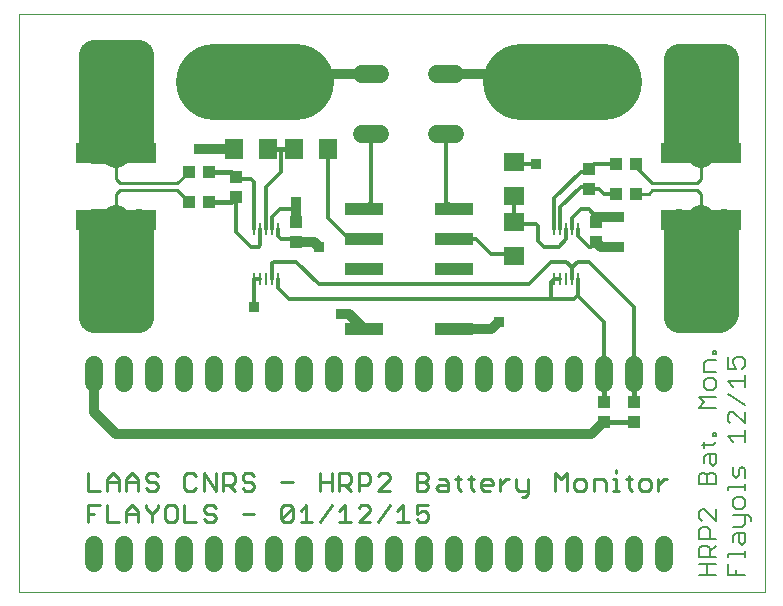
<source format=gtl>
G75*
%MOIN*%
%OFA0B0*%
%FSLAX25Y25*%
%IPPOS*%
%LPD*%
%AMOC8*
5,1,8,0,0,1.08239X$1,22.5*
%
%ADD10C,0.00000*%
%ADD11C,0.01100*%
%ADD12C,0.00800*%
%ADD13R,0.03937X0.04331*%
%ADD14R,0.04331X0.03937*%
%ADD15R,0.00984X0.03937*%
%ADD16R,0.26500X0.07087*%
%ADD17OC8,0.16400*%
%ADD18C,0.05937*%
%ADD19R,0.12598X0.03937*%
%ADD20R,0.06299X0.07098*%
%ADD21R,0.07098X0.06299*%
%ADD22C,0.06000*%
%ADD23C,0.01600*%
%ADD24C,0.01200*%
%ADD25R,0.03562X0.03562*%
%ADD26C,0.03200*%
%ADD27C,0.10000*%
%ADD28C,0.07000*%
%ADD29C,0.01000*%
%ADD30C,0.25400*%
D10*
X0001000Y0001000D02*
X0001000Y0193461D01*
X0249701Y0193461D01*
X0249701Y0001000D01*
X0001000Y0001000D01*
D11*
X0024050Y0024050D02*
X0024050Y0029955D01*
X0027987Y0029955D01*
X0030495Y0029955D02*
X0030495Y0024050D01*
X0034432Y0024050D01*
X0036941Y0024050D02*
X0036941Y0027987D01*
X0038909Y0029955D01*
X0040878Y0027987D01*
X0040878Y0024050D01*
X0040878Y0027003D02*
X0036941Y0027003D01*
X0043386Y0028971D02*
X0045355Y0027003D01*
X0045355Y0024050D01*
X0045355Y0027003D02*
X0047323Y0028971D01*
X0047323Y0029955D01*
X0049832Y0028971D02*
X0049832Y0025034D01*
X0050816Y0024050D01*
X0052785Y0024050D01*
X0053769Y0025034D01*
X0053769Y0028971D01*
X0052785Y0029955D01*
X0050816Y0029955D01*
X0049832Y0028971D01*
X0043386Y0028971D02*
X0043386Y0029955D01*
X0044371Y0034550D02*
X0043386Y0035534D01*
X0044371Y0034550D02*
X0046339Y0034550D01*
X0047323Y0035534D01*
X0047323Y0036518D01*
X0046339Y0037503D01*
X0044371Y0037503D01*
X0043386Y0038487D01*
X0043386Y0039471D01*
X0044371Y0040455D01*
X0046339Y0040455D01*
X0047323Y0039471D01*
X0040878Y0038487D02*
X0040878Y0034550D01*
X0040878Y0037503D02*
X0036941Y0037503D01*
X0036941Y0038487D02*
X0038909Y0040455D01*
X0040878Y0038487D01*
X0036941Y0038487D02*
X0036941Y0034550D01*
X0034432Y0034550D02*
X0034432Y0038487D01*
X0032464Y0040455D01*
X0030495Y0038487D01*
X0030495Y0034550D01*
X0027987Y0034550D02*
X0024050Y0034550D01*
X0024050Y0040455D01*
X0030495Y0037503D02*
X0034432Y0037503D01*
X0026018Y0027003D02*
X0024050Y0027003D01*
X0056277Y0029955D02*
X0056277Y0024050D01*
X0060214Y0024050D01*
X0062723Y0025034D02*
X0063707Y0024050D01*
X0065676Y0024050D01*
X0066660Y0025034D01*
X0066660Y0026018D01*
X0065676Y0027003D01*
X0063707Y0027003D01*
X0062723Y0027987D01*
X0062723Y0028971D01*
X0063707Y0029955D01*
X0065676Y0029955D01*
X0066660Y0028971D01*
X0066660Y0034550D02*
X0066660Y0040455D01*
X0069168Y0040455D02*
X0072121Y0040455D01*
X0073105Y0039471D01*
X0073105Y0037503D01*
X0072121Y0036518D01*
X0069168Y0036518D01*
X0069168Y0034550D02*
X0069168Y0040455D01*
X0071137Y0036518D02*
X0073105Y0034550D01*
X0075614Y0035534D02*
X0076598Y0034550D01*
X0078566Y0034550D01*
X0079551Y0035534D01*
X0079551Y0036518D01*
X0078566Y0037503D01*
X0076598Y0037503D01*
X0075614Y0038487D01*
X0075614Y0039471D01*
X0076598Y0040455D01*
X0078566Y0040455D01*
X0079551Y0039471D01*
X0088505Y0037503D02*
X0092442Y0037503D01*
X0091457Y0029955D02*
X0089489Y0029955D01*
X0088505Y0028971D01*
X0088505Y0025034D01*
X0092442Y0028971D01*
X0092442Y0025034D01*
X0091457Y0024050D01*
X0089489Y0024050D01*
X0088505Y0025034D01*
X0092442Y0028971D02*
X0091457Y0029955D01*
X0094950Y0027987D02*
X0096919Y0029955D01*
X0096919Y0024050D01*
X0098887Y0024050D02*
X0094950Y0024050D01*
X0101396Y0024050D02*
X0105333Y0029955D01*
X0107841Y0027987D02*
X0109810Y0029955D01*
X0109810Y0024050D01*
X0111778Y0024050D02*
X0107841Y0024050D01*
X0114287Y0024050D02*
X0118224Y0027987D01*
X0118224Y0028971D01*
X0117239Y0029955D01*
X0115271Y0029955D01*
X0114287Y0028971D01*
X0114287Y0024050D02*
X0118224Y0024050D01*
X0120732Y0024050D02*
X0124669Y0029955D01*
X0127178Y0027987D02*
X0129146Y0029955D01*
X0129146Y0024050D01*
X0127178Y0024050D02*
X0131115Y0024050D01*
X0133623Y0025034D02*
X0134608Y0024050D01*
X0136576Y0024050D01*
X0137560Y0025034D01*
X0137560Y0027003D01*
X0136576Y0027987D01*
X0135592Y0027987D01*
X0133623Y0027003D01*
X0133623Y0029955D01*
X0137560Y0029955D01*
X0136576Y0034550D02*
X0133623Y0034550D01*
X0133623Y0040455D01*
X0136576Y0040455D01*
X0137560Y0039471D01*
X0137560Y0038487D01*
X0136576Y0037503D01*
X0133623Y0037503D01*
X0136576Y0037503D02*
X0137560Y0036518D01*
X0137560Y0035534D01*
X0136576Y0034550D01*
X0140069Y0035534D02*
X0141053Y0036518D01*
X0144006Y0036518D01*
X0144006Y0037503D02*
X0144006Y0034550D01*
X0141053Y0034550D01*
X0140069Y0035534D01*
X0141053Y0038487D02*
X0143021Y0038487D01*
X0144006Y0037503D01*
X0146514Y0038487D02*
X0148483Y0038487D01*
X0147499Y0039471D02*
X0147499Y0035534D01*
X0148483Y0034550D01*
X0151796Y0035534D02*
X0152780Y0034550D01*
X0151796Y0035534D02*
X0151796Y0039471D01*
X0152780Y0038487D02*
X0150811Y0038487D01*
X0155108Y0037503D02*
X0155108Y0035534D01*
X0156093Y0034550D01*
X0158061Y0034550D01*
X0159045Y0036518D02*
X0155108Y0036518D01*
X0155108Y0037503D02*
X0156093Y0038487D01*
X0158061Y0038487D01*
X0159045Y0037503D01*
X0159045Y0036518D01*
X0161554Y0036518D02*
X0163522Y0038487D01*
X0164506Y0038487D01*
X0166925Y0038487D02*
X0166925Y0035534D01*
X0167909Y0034550D01*
X0170862Y0034550D01*
X0170862Y0033566D02*
X0169878Y0032582D01*
X0168894Y0032582D01*
X0170862Y0033566D02*
X0170862Y0038487D01*
X0179816Y0040455D02*
X0179816Y0034550D01*
X0183753Y0034550D02*
X0183753Y0040455D01*
X0181785Y0038487D01*
X0179816Y0040455D01*
X0186262Y0037503D02*
X0186262Y0035534D01*
X0187246Y0034550D01*
X0189214Y0034550D01*
X0190198Y0035534D01*
X0190198Y0037503D01*
X0189214Y0038487D01*
X0187246Y0038487D01*
X0186262Y0037503D01*
X0192707Y0038487D02*
X0192707Y0034550D01*
X0192707Y0038487D02*
X0195660Y0038487D01*
X0196644Y0037503D01*
X0196644Y0034550D01*
X0199153Y0034550D02*
X0201121Y0034550D01*
X0200137Y0034550D02*
X0200137Y0038487D01*
X0199153Y0038487D01*
X0200137Y0040455D02*
X0200137Y0041439D01*
X0203450Y0038487D02*
X0205418Y0038487D01*
X0204434Y0039471D02*
X0204434Y0035534D01*
X0205418Y0034550D01*
X0207747Y0035534D02*
X0208731Y0034550D01*
X0210699Y0034550D01*
X0211683Y0035534D01*
X0211683Y0037503D01*
X0210699Y0038487D01*
X0208731Y0038487D01*
X0207747Y0037503D01*
X0207747Y0035534D01*
X0214192Y0034550D02*
X0214192Y0038487D01*
X0214192Y0036518D02*
X0216161Y0038487D01*
X0217145Y0038487D01*
X0161554Y0038487D02*
X0161554Y0034550D01*
X0124669Y0034550D02*
X0120732Y0034550D01*
X0124669Y0038487D01*
X0124669Y0039471D01*
X0123685Y0040455D01*
X0121717Y0040455D01*
X0120732Y0039471D01*
X0118224Y0039471D02*
X0118224Y0037503D01*
X0117239Y0036518D01*
X0114287Y0036518D01*
X0114287Y0034550D02*
X0114287Y0040455D01*
X0117239Y0040455D01*
X0118224Y0039471D01*
X0111778Y0039471D02*
X0111778Y0037503D01*
X0110794Y0036518D01*
X0107841Y0036518D01*
X0107841Y0034550D02*
X0107841Y0040455D01*
X0110794Y0040455D01*
X0111778Y0039471D01*
X0109810Y0036518D02*
X0111778Y0034550D01*
X0105333Y0034550D02*
X0105333Y0040455D01*
X0105333Y0037503D02*
X0101396Y0037503D01*
X0101396Y0040455D02*
X0101396Y0034550D01*
X0079551Y0027003D02*
X0075614Y0027003D01*
X0066660Y0034550D02*
X0062723Y0040455D01*
X0062723Y0034550D01*
X0060214Y0035534D02*
X0059230Y0034550D01*
X0057262Y0034550D01*
X0056277Y0035534D01*
X0056277Y0039471D01*
X0057262Y0040455D01*
X0059230Y0040455D01*
X0060214Y0039471D01*
D12*
X0227659Y0039688D02*
X0227659Y0036786D01*
X0233464Y0036786D01*
X0233464Y0039688D01*
X0232497Y0040656D01*
X0231529Y0040656D01*
X0230562Y0039688D01*
X0230562Y0036786D01*
X0230562Y0039688D01*
X0229594Y0040656D01*
X0228627Y0040656D01*
X0227659Y0039688D01*
X0228627Y0040656D01*
X0229594Y0040656D01*
X0230562Y0039688D01*
X0231529Y0040656D01*
X0232497Y0040656D01*
X0233464Y0039688D01*
X0233464Y0036786D01*
X0227659Y0036786D01*
X0227659Y0039688D01*
X0229594Y0043831D02*
X0229594Y0045766D01*
X0230562Y0046733D01*
X0233464Y0046733D01*
X0233464Y0043831D01*
X0232497Y0042863D01*
X0231529Y0043831D01*
X0231529Y0046733D01*
X0231529Y0043831D01*
X0232497Y0042863D01*
X0233464Y0043831D01*
X0233464Y0046733D01*
X0230562Y0046733D01*
X0229594Y0045766D01*
X0229594Y0043831D01*
X0229594Y0048940D02*
X0229594Y0050875D01*
X0229594Y0048940D01*
X0228627Y0049908D02*
X0232497Y0049908D01*
X0233464Y0050875D01*
X0232497Y0049908D01*
X0228627Y0049908D01*
X0232497Y0052992D02*
X0232497Y0053959D01*
X0233464Y0053959D01*
X0233464Y0052992D01*
X0232497Y0052992D01*
X0232497Y0053959D01*
X0233464Y0053959D01*
X0233464Y0052992D01*
X0232497Y0052992D01*
X0237295Y0052901D02*
X0243100Y0052901D01*
X0237295Y0052901D01*
X0239230Y0050966D01*
X0237295Y0052901D01*
X0238263Y0057043D02*
X0237295Y0058011D01*
X0237295Y0059946D01*
X0238263Y0060913D01*
X0239230Y0060913D01*
X0243100Y0057043D01*
X0243100Y0060913D01*
X0243100Y0057043D01*
X0239230Y0060913D01*
X0238263Y0060913D01*
X0237295Y0059946D01*
X0237295Y0058011D01*
X0238263Y0057043D01*
X0243100Y0054836D02*
X0243100Y0050966D01*
X0243100Y0054836D01*
X0233464Y0062108D02*
X0227659Y0062108D01*
X0229594Y0064043D01*
X0227659Y0065978D01*
X0233464Y0065978D01*
X0227659Y0065978D01*
X0229594Y0064043D01*
X0227659Y0062108D01*
X0233464Y0062108D01*
X0232497Y0068185D02*
X0230562Y0068185D01*
X0229594Y0069152D01*
X0229594Y0071087D01*
X0230562Y0072055D01*
X0232497Y0072055D01*
X0233464Y0071087D01*
X0233464Y0069152D01*
X0232497Y0068185D01*
X0233464Y0069152D01*
X0233464Y0071087D01*
X0232497Y0072055D01*
X0230562Y0072055D01*
X0229594Y0071087D01*
X0229594Y0069152D01*
X0230562Y0068185D01*
X0232497Y0068185D01*
X0237295Y0066990D02*
X0243100Y0063120D01*
X0237295Y0066990D01*
X0239230Y0069198D02*
X0237295Y0071133D01*
X0243100Y0071133D01*
X0237295Y0071133D01*
X0239230Y0069198D01*
X0243100Y0069198D02*
X0243100Y0073068D01*
X0243100Y0069198D01*
X0242133Y0075275D02*
X0243100Y0076242D01*
X0243100Y0078177D01*
X0242133Y0079145D01*
X0240198Y0079145D01*
X0239230Y0078177D01*
X0239230Y0077210D01*
X0240198Y0075275D01*
X0237295Y0075275D01*
X0237295Y0079145D01*
X0237295Y0075275D01*
X0240198Y0075275D01*
X0239230Y0077210D01*
X0239230Y0078177D01*
X0240198Y0079145D01*
X0242133Y0079145D01*
X0243100Y0078177D01*
X0243100Y0076242D01*
X0242133Y0075275D01*
X0233464Y0074262D02*
X0229594Y0074262D01*
X0229594Y0077164D01*
X0230562Y0078132D01*
X0233464Y0078132D01*
X0230562Y0078132D01*
X0229594Y0077164D01*
X0229594Y0074262D01*
X0233464Y0074262D01*
X0233464Y0080339D02*
X0232497Y0080339D01*
X0232497Y0081307D01*
X0233464Y0081307D01*
X0233464Y0080339D01*
X0233464Y0081307D01*
X0232497Y0081307D01*
X0232497Y0080339D01*
X0233464Y0080339D01*
X0239230Y0042682D02*
X0239230Y0039779D01*
X0240198Y0038812D01*
X0241165Y0039779D01*
X0241165Y0041714D01*
X0242133Y0042682D01*
X0243100Y0041714D01*
X0243100Y0038812D01*
X0243100Y0041714D01*
X0242133Y0042682D01*
X0241165Y0041714D01*
X0241165Y0039779D01*
X0240198Y0038812D01*
X0239230Y0039779D01*
X0239230Y0042682D01*
X0243100Y0036695D02*
X0243100Y0034760D01*
X0243100Y0036695D01*
X0243100Y0035728D02*
X0237295Y0035728D01*
X0237295Y0034760D01*
X0237295Y0035728D01*
X0243100Y0035728D01*
X0242133Y0032553D02*
X0240198Y0032553D01*
X0239230Y0031585D01*
X0239230Y0029651D01*
X0240198Y0028683D01*
X0242133Y0028683D01*
X0243100Y0029651D01*
X0243100Y0031585D01*
X0242133Y0032553D01*
X0240198Y0032553D01*
X0239230Y0031585D01*
X0239230Y0029651D01*
X0240198Y0028683D01*
X0242133Y0028683D01*
X0243100Y0029651D01*
X0243100Y0031585D01*
X0242133Y0032553D01*
X0243100Y0026476D02*
X0243100Y0023573D01*
X0242133Y0022606D01*
X0239230Y0022606D01*
X0242133Y0022606D01*
X0243100Y0023573D01*
X0243100Y0026476D01*
X0244067Y0026476D02*
X0239230Y0026476D01*
X0244067Y0026476D01*
X0245035Y0025508D01*
X0245035Y0024541D01*
X0245035Y0025508D01*
X0244067Y0026476D01*
X0243100Y0020399D02*
X0240198Y0020399D01*
X0239230Y0019431D01*
X0239230Y0017496D01*
X0239230Y0019431D01*
X0240198Y0020399D01*
X0243100Y0020399D01*
X0243100Y0017496D01*
X0242133Y0016529D01*
X0241165Y0017496D01*
X0241165Y0020399D01*
X0241165Y0017496D01*
X0242133Y0016529D01*
X0243100Y0017496D01*
X0243100Y0020399D01*
X0243100Y0014412D02*
X0243100Y0012477D01*
X0243100Y0014412D01*
X0243100Y0013445D02*
X0237295Y0013445D01*
X0237295Y0012477D01*
X0237295Y0013445D01*
X0243100Y0013445D01*
X0240198Y0008335D02*
X0240198Y0006400D01*
X0240198Y0008335D01*
X0243100Y0006400D02*
X0237295Y0006400D01*
X0237295Y0010270D01*
X0237295Y0006400D01*
X0243100Y0006400D01*
X0233464Y0006400D02*
X0227659Y0006400D01*
X0233464Y0006400D01*
X0230562Y0006400D02*
X0230562Y0010270D01*
X0230562Y0006400D01*
X0227659Y0010270D02*
X0233464Y0010270D01*
X0227659Y0010270D01*
X0227659Y0012477D02*
X0227659Y0015380D01*
X0228627Y0016347D01*
X0230562Y0016347D01*
X0231529Y0015380D01*
X0231529Y0012477D01*
X0231529Y0015380D01*
X0230562Y0016347D01*
X0228627Y0016347D01*
X0227659Y0015380D01*
X0227659Y0012477D01*
X0233464Y0012477D01*
X0227659Y0012477D01*
X0231529Y0014412D02*
X0233464Y0016347D01*
X0231529Y0014412D01*
X0231529Y0018554D02*
X0231529Y0021457D01*
X0230562Y0022424D01*
X0228627Y0022424D01*
X0227659Y0021457D01*
X0227659Y0018554D01*
X0233464Y0018554D01*
X0227659Y0018554D01*
X0227659Y0021457D01*
X0228627Y0022424D01*
X0230562Y0022424D01*
X0231529Y0021457D01*
X0231529Y0018554D01*
X0233464Y0024632D02*
X0229594Y0028502D01*
X0228627Y0028502D01*
X0227659Y0027534D01*
X0227659Y0025599D01*
X0228627Y0024632D01*
X0227659Y0025599D01*
X0227659Y0027534D01*
X0228627Y0028502D01*
X0229594Y0028502D01*
X0233464Y0024632D01*
X0233464Y0028502D01*
X0233464Y0024632D01*
D13*
X0193500Y0117654D03*
X0193500Y0124346D03*
X0200154Y0133500D03*
X0206846Y0133500D03*
X0206846Y0143500D03*
X0200154Y0143500D03*
X0191000Y0141846D03*
X0191000Y0135154D03*
X0093500Y0124346D03*
X0093500Y0117654D03*
X0073500Y0132654D03*
X0073500Y0139346D03*
X0064346Y0141000D03*
X0057654Y0141000D03*
X0057654Y0131000D03*
X0064346Y0131000D03*
D14*
X0196000Y0064346D03*
X0196000Y0057654D03*
X0206000Y0057654D03*
X0206000Y0064346D03*
D15*
X0187437Y0105181D03*
X0185469Y0105181D03*
X0183500Y0105181D03*
X0181531Y0105181D03*
X0179563Y0105181D03*
X0179563Y0121819D03*
X0181531Y0121819D03*
X0183500Y0121819D03*
X0185469Y0121819D03*
X0187437Y0121819D03*
X0087437Y0121819D03*
X0085469Y0121819D03*
X0083500Y0121819D03*
X0081531Y0121819D03*
X0079563Y0121819D03*
X0079563Y0105181D03*
X0081531Y0105181D03*
X0083500Y0105181D03*
X0085469Y0105181D03*
X0087437Y0105181D03*
D16*
X0033500Y0124976D03*
X0033500Y0147024D03*
X0228500Y0147024D03*
X0228500Y0124976D03*
D17*
X0228500Y0101000D03*
X0228500Y0171000D03*
X0196000Y0171000D03*
X0168500Y0171000D03*
X0093500Y0171000D03*
X0066000Y0171000D03*
X0033500Y0171000D03*
X0033500Y0101000D03*
D18*
X0036000Y0076469D02*
X0036000Y0070531D01*
X0026000Y0070531D02*
X0026000Y0076469D01*
X0046000Y0076469D02*
X0046000Y0070531D01*
X0056000Y0070531D02*
X0056000Y0076469D01*
X0066000Y0076469D02*
X0066000Y0070531D01*
X0076000Y0070531D02*
X0076000Y0076469D01*
X0086000Y0076469D02*
X0086000Y0070531D01*
X0096000Y0070531D02*
X0096000Y0076469D01*
X0106000Y0076469D02*
X0106000Y0070531D01*
X0116000Y0070531D02*
X0116000Y0076469D01*
X0126000Y0076469D02*
X0126000Y0070531D01*
X0136000Y0070531D02*
X0136000Y0076469D01*
X0146000Y0076469D02*
X0146000Y0070531D01*
X0156000Y0070531D02*
X0156000Y0076469D01*
X0166000Y0076469D02*
X0166000Y0070531D01*
X0176000Y0070531D02*
X0176000Y0076469D01*
X0186000Y0076469D02*
X0186000Y0070531D01*
X0196000Y0070531D02*
X0196000Y0076469D01*
X0206000Y0076469D02*
X0206000Y0070531D01*
X0216000Y0070531D02*
X0216000Y0076469D01*
X0216000Y0016469D02*
X0216000Y0010531D01*
X0206000Y0010531D02*
X0206000Y0016469D01*
X0196000Y0016469D02*
X0196000Y0010531D01*
X0186000Y0010531D02*
X0186000Y0016469D01*
X0176000Y0016469D02*
X0176000Y0010531D01*
X0166000Y0010531D02*
X0166000Y0016469D01*
X0156000Y0016469D02*
X0156000Y0010531D01*
X0146000Y0010531D02*
X0146000Y0016469D01*
X0136000Y0016469D02*
X0136000Y0010531D01*
X0126000Y0010531D02*
X0126000Y0016469D01*
X0116000Y0016469D02*
X0116000Y0010531D01*
X0106000Y0010531D02*
X0106000Y0016469D01*
X0096000Y0016469D02*
X0096000Y0010531D01*
X0086000Y0010531D02*
X0086000Y0016469D01*
X0076000Y0016469D02*
X0076000Y0010531D01*
X0066000Y0010531D02*
X0066000Y0016469D01*
X0056000Y0016469D02*
X0056000Y0010531D01*
X0046000Y0010531D02*
X0046000Y0016469D01*
X0036000Y0016469D02*
X0036000Y0010531D01*
X0026000Y0010531D02*
X0026000Y0016469D01*
D19*
X0116000Y0088500D03*
X0116000Y0108500D03*
X0116000Y0118500D03*
X0116000Y0128500D03*
X0146000Y0128500D03*
X0146000Y0118500D03*
X0146236Y0108500D03*
X0146000Y0088500D03*
D20*
X0104098Y0148500D03*
X0092902Y0148500D03*
X0084098Y0148500D03*
X0072902Y0148500D03*
D21*
X0166000Y0144098D03*
X0166000Y0132902D03*
X0166000Y0124098D03*
X0166000Y0112902D03*
D22*
X0146500Y0153500D02*
X0140500Y0153500D01*
X0121500Y0153500D02*
X0115500Y0153500D01*
X0115500Y0173500D02*
X0121500Y0173500D01*
X0140500Y0173500D02*
X0146500Y0173500D01*
D23*
X0092902Y0148500D02*
X0088500Y0148500D01*
X0084098Y0148500D01*
X0073500Y0139346D02*
X0071846Y0141000D01*
X0064346Y0141000D01*
X0057654Y0141000D02*
X0057654Y0140154D01*
X0057654Y0131846D02*
X0057654Y0131000D01*
X0064346Y0131000D02*
X0071846Y0131000D01*
X0073500Y0132654D01*
X0041000Y0147024D02*
X0036000Y0147024D01*
X0033500Y0147024D01*
X0033500Y0151000D02*
X0041000Y0147024D01*
X0196000Y0073500D02*
X0196000Y0064346D01*
X0196000Y0057654D02*
X0206000Y0057654D01*
X0206000Y0064346D02*
X0206000Y0073500D01*
D24*
X0206000Y0096000D01*
X0191000Y0111000D01*
X0187437Y0111000D01*
X0185469Y0109031D01*
X0185469Y0105181D01*
X0187437Y0105181D02*
X0187437Y0099937D01*
X0187437Y0099563D01*
X0196000Y0091000D01*
X0196000Y0073500D01*
X0186000Y0098500D02*
X0178500Y0098500D01*
X0091000Y0098500D01*
X0087437Y0102063D01*
X0087437Y0105181D01*
X0085469Y0105181D02*
X0085469Y0110469D01*
X0086000Y0111000D01*
X0093500Y0111000D01*
X0101000Y0103500D01*
X0171000Y0103500D01*
X0178500Y0111000D01*
X0183500Y0111000D01*
X0185469Y0109031D01*
X0181531Y0105181D02*
X0179563Y0105181D01*
X0178500Y0104118D01*
X0178500Y0098500D01*
X0186000Y0098500D02*
X0187437Y0099937D01*
X0191000Y0116000D02*
X0187437Y0119563D01*
X0187437Y0121819D01*
X0185469Y0121819D02*
X0185469Y0125469D01*
X0188500Y0128500D01*
X0191000Y0128500D01*
X0193500Y0126000D01*
X0193500Y0124346D01*
X0193500Y0117654D02*
X0191846Y0116000D01*
X0191000Y0116000D01*
X0183500Y0118500D02*
X0183500Y0121819D01*
X0181531Y0121819D02*
X0181531Y0129031D01*
X0188500Y0136000D01*
X0190154Y0136000D01*
X0191000Y0135154D01*
X0194346Y0135154D01*
X0196000Y0133500D01*
X0200154Y0133500D01*
X0191000Y0141846D02*
X0190154Y0141000D01*
X0188500Y0141000D01*
X0179563Y0132063D01*
X0179563Y0121819D01*
X0183500Y0118500D02*
X0181000Y0116000D01*
X0176000Y0116000D01*
X0174098Y0117902D01*
X0174098Y0122902D01*
X0173500Y0123500D01*
X0166598Y0123500D01*
X0166000Y0124098D01*
X0166000Y0132902D01*
X0166000Y0143500D02*
X0173500Y0143500D01*
X0166000Y0143500D02*
X0166000Y0144098D01*
X0146000Y0128500D02*
X0143500Y0131000D01*
X0143500Y0153500D01*
X0118500Y0153500D02*
X0118500Y0131000D01*
X0116000Y0128500D01*
X0116000Y0118500D02*
X0111000Y0118500D01*
X0104098Y0125402D01*
X0104098Y0148500D01*
X0088500Y0148500D02*
X0088500Y0141000D01*
X0083500Y0136000D01*
X0083500Y0121819D01*
X0081531Y0121819D02*
X0081531Y0116531D01*
X0081000Y0116000D01*
X0078500Y0116000D01*
X0073500Y0121000D01*
X0073500Y0132654D01*
X0078500Y0138500D02*
X0079563Y0137437D01*
X0079563Y0121819D01*
X0085469Y0121819D02*
X0085469Y0126000D01*
X0087969Y0128500D01*
X0093500Y0128500D01*
X0087437Y0121819D02*
X0087437Y0119563D01*
X0088500Y0118500D01*
X0092654Y0118500D01*
X0093500Y0117654D01*
X0081531Y0105181D02*
X0079563Y0105181D01*
X0079563Y0095914D01*
X0078500Y0138500D02*
X0074346Y0138500D01*
X0073500Y0139346D01*
X0146000Y0118500D02*
X0153500Y0118500D01*
X0158500Y0113500D01*
X0165402Y0113500D01*
X0166000Y0112902D01*
X0191000Y0141846D02*
X0192654Y0143500D01*
X0200154Y0143500D01*
D25*
X0201000Y0126000D03*
X0201000Y0116000D03*
X0173500Y0143500D03*
X0108500Y0093500D03*
X0101000Y0116000D03*
X0093500Y0131000D03*
X0061000Y0148500D03*
X0079563Y0095914D03*
X0161000Y0091000D03*
D26*
X0158500Y0088500D01*
X0146000Y0088500D01*
X0116000Y0088500D02*
X0111000Y0093500D01*
X0108500Y0093500D01*
X0101000Y0116000D02*
X0099346Y0117654D01*
X0093500Y0117654D01*
X0093500Y0124346D02*
X0093500Y0128500D01*
X0093500Y0131000D01*
X0072902Y0148500D02*
X0061000Y0148500D01*
X0093500Y0171000D02*
X0096000Y0173500D01*
X0118500Y0173500D01*
X0143500Y0173500D02*
X0166000Y0173500D01*
X0168500Y0171000D01*
X0168500Y0176000D01*
X0193500Y0126000D02*
X0201000Y0126000D01*
X0193500Y0117654D02*
X0195154Y0116000D01*
X0201000Y0116000D01*
X0196000Y0057654D02*
X0191846Y0053500D01*
X0033500Y0053500D01*
X0026000Y0061000D01*
X0026000Y0073500D01*
D27*
X0026000Y0092250D02*
X0033500Y0099750D01*
X0033500Y0124976D01*
X0033500Y0123500D02*
X0033500Y0101000D01*
X0041000Y0092250D01*
X0026000Y0092250D01*
X0026000Y0123500D01*
X0033500Y0123500D01*
X0036000Y0121000D01*
X0041000Y0123500D02*
X0041000Y0092250D01*
X0033500Y0101000D02*
X0028500Y0101000D01*
X0026000Y0092250D01*
X0033500Y0147250D02*
X0031000Y0148500D01*
X0026000Y0148500D01*
X0026000Y0179750D01*
X0041000Y0179750D01*
X0041000Y0149750D01*
X0033500Y0147250D02*
X0033500Y0171000D01*
X0026000Y0179750D01*
X0221000Y0178500D02*
X0221000Y0151000D01*
X0228500Y0147024D02*
X0228500Y0171000D01*
X0228500Y0158500D01*
X0236000Y0149750D01*
X0236000Y0178500D01*
X0221000Y0178500D01*
X0228500Y0124976D02*
X0228500Y0116000D01*
X0228500Y0109750D01*
X0228500Y0101000D01*
X0228500Y0096000D01*
X0226000Y0093500D01*
X0221000Y0093500D01*
X0221000Y0092250D01*
X0234750Y0092250D01*
X0236000Y0093500D01*
X0236000Y0123500D01*
X0228500Y0116000D01*
X0221000Y0123500D02*
X0221000Y0099750D01*
X0221000Y0093500D01*
X0221000Y0099750D02*
X0228500Y0092250D01*
X0228500Y0096000D01*
D28*
X0041000Y0149750D02*
X0036000Y0151000D01*
X0036000Y0147024D01*
D29*
X0033500Y0147024D02*
X0033500Y0138500D01*
X0034750Y0137250D01*
X0053904Y0137250D01*
X0057654Y0141000D01*
X0053904Y0134750D02*
X0057654Y0131000D01*
X0053904Y0134750D02*
X0034750Y0134750D01*
X0033500Y0133500D01*
X0033500Y0124976D01*
X0033500Y0147024D02*
X0033500Y0147250D01*
X0206846Y0143500D02*
X0206846Y0142654D01*
X0212250Y0137250D01*
X0227250Y0137250D01*
X0228500Y0138500D01*
X0228500Y0143500D01*
X0221000Y0151000D01*
X0227250Y0134750D02*
X0212250Y0134750D01*
X0211000Y0133500D01*
X0206846Y0133500D01*
X0221000Y0123500D02*
X0222476Y0124976D01*
X0228500Y0124976D02*
X0228500Y0123500D01*
X0228500Y0124976D02*
X0228500Y0133500D01*
X0227250Y0134750D01*
D30*
X0196000Y0171000D02*
X0168500Y0171000D01*
X0093500Y0171000D02*
X0066000Y0171000D01*
M02*

</source>
